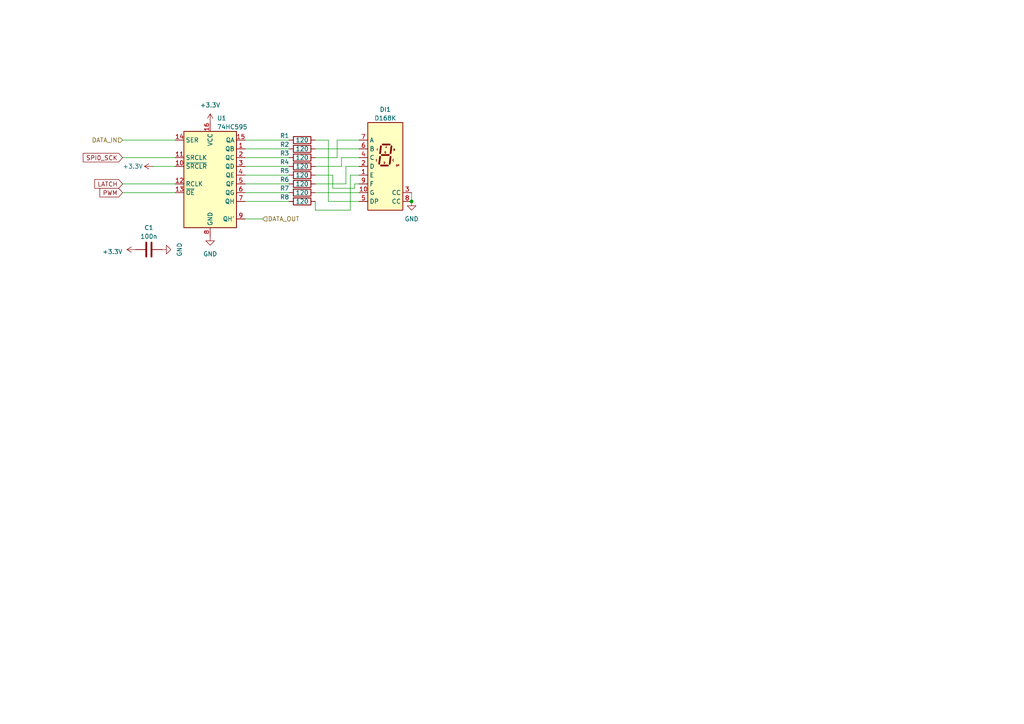
<source format=kicad_sch>
(kicad_sch (version 20230121) (generator eeschema)
  (paper "A4")
  (lib_symbols
    (symbol "74xx:74HC595"
      (property "Reference" "U" (at -7.62 13.97 0))
      (property "Value" "74HC595" (at -7.62 -16.51 0))
      (symbol "74HC595_1_0"
        (pin tri_state line (at 10.16 7.62 180) (length 2.54) (name "QB") (number "1"))
        (pin input line (at -10.16 2.54 0) (length 2.54) (name "~{SRCLR}") (number "10"))
        (pin input line (at -10.16 5.08 0) (length 2.54) (name "SRCLK") (number "11"))
        (pin input line (at -10.16 -2.54 0) (length 2.54) (name "RCLK") (number "12"))
        (pin input line (at -10.16 -5.08 0) (length 2.54) (name "~{OE}") (number "13"))
        (pin input line (at -10.16 10.16 0) (length 2.54) (name "SER") (number "14"))
        (pin tri_state line (at 10.16 10.16 180) (length 2.54) (name "QA") (number "15"))
        (pin power_in line (at 0 15.24 270) (length 2.54) (name "VCC") (number "16"))
        (pin tri_state line (at 10.16 5.08 180) (length 2.54) (name "QC") (number "2"))
        (pin tri_state line (at 10.16 2.54 180) (length 2.54) (name "QD") (number "3"))
        (pin tri_state line (at 10.16 0 180) (length 2.54) (name "QE") (number "4"))
        (pin tri_state line (at 10.16 -2.54 180) (length 2.54) (name "QF") (number "5"))
        (pin tri_state line (at 10.16 -5.08 180) (length 2.54) (name "QG") (number "6"))
        (pin tri_state line (at 10.16 -7.62 180) (length 2.54) (name "QH") (number "7"))
        (pin power_in line (at 0 -17.78 90) (length 2.54) (name "GND") (number "8"))
        (pin output line (at 10.16 -12.7 180) (length 2.54) (name "QH'") (number "9"))
      )
      (symbol "74HC595_1_1"
        (rectangle (start -7.62 12.7) (end 7.62 -15.24) (stroke (width 0.254)) (fill (type background)))
      )
    )
    (symbol "Device:C" (pin_numbers hide) (pin_names (offset 0.254))
      (property "Reference" "C" (at 0.635 2.54 0))
      (property "Value" "C" (at 0.635 -2.54 0))
      (symbol "C_0_1"
        (polyline (pts (xy -2.032 -0.762) (xy 2.032 -0.762)) (stroke (width 0.508)))
        (polyline (pts (xy -2.032 0.762) (xy 2.032 0.762)) (stroke (width 0.508)))
      )
      (symbol "C_1_1"
        (pin passive line (at 0 3.81 270) (length 2.794) (name "~") (number "1"))
        (pin passive line (at 0 -3.81 90) (length 2.794) (name "~") (number "2"))
      )
    )
    (symbol "Device:R" (pin_numbers hide) (pin_names (offset 0))
      (property "Reference" "R" (at 2.032 0 90))
      (property "Value" "R" (at 0 0 90))
      (symbol "R_0_1"
        (rectangle (start -1.016 -2.54) (end 1.016 2.54) (stroke (width 0.254)))
      )
      (symbol "R_1_1"
        (pin passive line (at 0 3.81 270) (length 1.27) (name "~") (number "1"))
        (pin passive line (at 0 -3.81 90) (length 1.27) (name "~") (number "2"))
      )
    )
    (symbol "Display_Character:D168K"
      (property "Reference" "U" (at -2.54 13.97 0))
      (property "Value" "D168K" (at 1.27 13.97 0))
      (symbol "D168K_0_0"
        (text "A" (at 0.254 5.588 0) (effects (font (size 0.508 0.508))))
        (text "B" (at 2.54 4.826 0) (effects (font (size 0.508 0.508))))
        (text "C" (at 2.286 1.778 0) (effects (font (size 0.508 0.508))))
        (text "D" (at -0.254 1.016 0) (effects (font (size 0.508 0.508))))
        (text "DP" (at 3.556 0.254 0) (effects (font (size 0.508 0.508))))
        (text "E" (at -2.54 1.778 0) (effects (font (size 0.508 0.508))))
        (text "F" (at -2.286 4.826 0) (effects (font (size 0.508 0.508))))
        (text "G" (at 0 4.064 0) (effects (font (size 0.508 0.508))))
      )
      (symbol "D168K_0_1"
        (rectangle (start -5.08 12.7) (end 5.08 -12.7) (stroke (width 0.254)) (fill (type background)))
        (polyline (pts (xy -1.524 2.794) (xy -1.778 0.762)) (stroke (width 0.508)))
        (polyline (pts (xy -1.27 0.254) (xy 0.762 0.254)) (stroke (width 0.508)))
        (polyline (pts (xy -1.27 5.842) (xy -1.524 3.81)) (stroke (width 0.508)))
        (polyline (pts (xy -1.016 3.302) (xy 1.016 3.302)) (stroke (width 0.508)))
        (polyline (pts (xy -0.762 6.35) (xy 1.27 6.35)) (stroke (width 0.508)))
        (polyline (pts (xy 1.524 2.794) (xy 1.27 0.762)) (stroke (width 0.508)))
        (polyline (pts (xy 1.778 5.842) (xy 1.524 3.81)) (stroke (width 0.508)))
        (polyline (pts (xy 2.54 0.254) (xy 2.54 0.254)) (stroke (width 0.508)))
      )
      (symbol "D168K_1_1"
        (pin input line (at -7.62 -2.54 0) (length 2.54) (name "E") (number "1"))
        (pin input line (at -7.62 -7.62 0) (length 2.54) (name "G") (number "10"))
        (pin input line (at -7.62 0 0) (length 2.54) (name "D") (number "2"))
        (pin input line (at 7.62 -7.62 180) (length 2.54) (name "CC") (number "3"))
        (pin input line (at -7.62 2.54 0) (length 2.54) (name "C") (number "4"))
        (pin input line (at -7.62 -10.16 0) (length 2.54) (name "DP") (number "5"))
        (pin input line (at -7.62 5.08 0) (length 2.54) (name "B") (number "6"))
        (pin input line (at -7.62 7.62 0) (length 2.54) (name "A") (number "7"))
        (pin input line (at 7.62 -10.16 180) (length 2.54) (name "CC") (number "8"))
        (pin input line (at -7.62 -5.08 0) (length 2.54) (name "F") (number "9"))
      )
    )
    (symbol "power:+3.3V" (power) (pin_names (offset 0))
      (property "Value" "+3.3V" (at 0 3.556 0))
      (symbol "+3.3V_0_1"
        (polyline (pts (xy -0.762 1.27) (xy 0 2.54)))
        (polyline (pts (xy 0 0) (xy 0 2.54)))
        (polyline (pts (xy 0 2.54) (xy 0.762 1.27)))
      )
      (symbol "+3.3V_1_1"
        (pin power_in line (at 0 0 90) (length 0) hide (name "+3.3V") (number "1"))
      )
    )
    (symbol "power:GND" (power) (pin_names (offset 0))
      (property "Value" "GND" (at 0 -3.81 0))
      (symbol "GND_0_1"
        (polyline (pts (xy 0 0) (xy 0 -1.27) (xy 1.27 -1.27) (xy 0 -2.54) (xy -1.27 -1.27) (xy 0 -1.27)))
      )
      (symbol "GND_1_1"
        (pin power_in line (at 0 0 270) (length 0) hide (name "GND") (number "1"))
      )
    )
  )
  (junction (at 119.38 58.42))
  (wire (pts (xy 95.25 58.42) (xy 104.14 58.42)))
  (wire (pts (xy 97.79 45.72) (xy 97.79 40.64)))
  (wire (pts (xy 97.79 40.64) (xy 104.14 40.64)))
  (wire (pts (xy 91.44 50.8) (xy 96.52 50.8)))
  (wire (pts (xy 71.12 53.34) (xy 83.82 53.34)))
  (wire (pts (xy 100.33 48.26) (xy 104.14 48.26)))
  (wire (pts (xy 91.44 43.18) (xy 104.14 43.18)))
  (wire (pts (xy 35.56 53.34) (xy 50.8 53.34)))
  (wire (pts (xy 35.56 40.64) (xy 50.8 40.64)))
  (wire (pts (xy 96.52 50.8) (xy 96.52 54.61)))
  (wire (pts (xy 71.12 43.18) (xy 83.82 43.18)))
  (wire (pts (xy 91.44 40.64) (xy 95.25 40.64)))
  (wire (pts (xy 71.12 40.64) (xy 83.82 40.64)))
  (wire (pts (xy 71.12 50.8) (xy 83.82 50.8)))
  (wire (pts (xy 101.6 50.8) (xy 104.14 50.8)))
  (wire (pts (xy 71.12 45.72) (xy 83.82 45.72)))
  (wire (pts (xy 119.38 55.88) (xy 119.38 58.42)))
  (wire (pts (xy 99.06 45.72) (xy 104.14 45.72)))
  (wire (pts (xy 95.25 40.64) (xy 95.25 58.42)))
  (wire (pts (xy 35.56 45.72) (xy 50.8 45.72)))
  (wire (pts (xy 102.87 54.61) (xy 102.87 53.34)))
  (wire (pts (xy 71.12 48.26) (xy 83.82 48.26)))
  (wire (pts (xy 91.44 55.88) (xy 104.14 55.88)))
  (wire (pts (xy 102.87 53.34) (xy 104.14 53.34)))
  (wire (pts (xy 91.44 58.42) (xy 91.44 60.96)))
  (wire (pts (xy 91.44 48.26) (xy 99.06 48.26)))
  (wire (pts (xy 91.44 60.96) (xy 101.6 60.96)))
  (wire (pts (xy 99.06 48.26) (xy 99.06 45.72)))
  (wire (pts (xy 35.56 55.88) (xy 50.8 55.88)))
  (wire (pts (xy 44.45 48.26) (xy 50.8 48.26)))
  (wire (pts (xy 101.6 60.96) (xy 101.6 50.8)))
  (wire (pts (xy 71.12 58.42) (xy 83.82 58.42)))
  (wire (pts (xy 91.44 53.34) (xy 100.33 53.34)))
  (wire (pts (xy 71.12 63.5) (xy 76.2 63.5)))
  (wire (pts (xy 96.52 54.61) (xy 102.87 54.61)))
  (wire (pts (xy 100.33 53.34) (xy 100.33 48.26)))
  (wire (pts (xy 91.44 45.72) (xy 97.79 45.72)))
  (wire (pts (xy 71.12 55.88) (xy 83.82 55.88)))
  (global_label "SPI0_SCK" (shape input) (at 35.56 45.72 180) (property "Intersheetrefs" "${INTERSHEET_REFS}" (effects hide)))
  (global_label "LATCH" (shape input) (at 35.56 53.34 180) (property "Intersheetrefs" "${INTERSHEET_REFS}" (effects hide)))
  (global_label "PWM" (shape input) (at 35.56 55.88 180) (property "Intersheetrefs" "${INTERSHEET_REFS}" (effects hide)))
  (hierarchical_label "DATA_OUT" (shape input) (at 76.2 63.5 0))
  (hierarchical_label "DATA_IN" (shape input) (at 35.56 40.64 180))
  (symbol (lib_id "Device:R") (at 87.63 43.18 90) (unit 1)
    (property "Reference" "R2" (at 82.55 41.91 90))
    (property "Value" "120" (at 87.63 43.18 90))
    (property "Footprint" "Resistor_SMD:R_0402_1005Metric" (effects hide))
    (property "LCSC" "C25079" (effects hide))
    (instances (project "frankenstein_enlarger_controller" (path "" (reference "R2") (unit 1)) (path "" (reference "R10") (unit 1)) (path "" (reference "R18") (unit 1)) (path "" (reference "R26") (unit 1)) (path "" (reference "R34") (unit 1)) (path "" (reference "R42") (unit 1)) (path "" (reference "R50") (unit 1)) (path "" (reference "R58") (unit 1)) (path "" (reference "R66") (unit 1)) (path "" (reference "R83") (unit 1)) (path "" (reference "R91") (unit 1)) (path "" (reference "R99") (unit 1))))
  )
  (symbol (lib_id "Device:R") (at 87.63 48.26 90) (unit 1)
    (property "Reference" "R4" (at 82.55 46.99 90))
    (property "Value" "120" (at 87.63 48.26 90))
    (property "Footprint" "Resistor_SMD:R_0402_1005Metric" (effects hide))
    (property "LCSC" "C25079" (effects hide))
    (instances (project "frankenstein_enlarger_controller" (path "" (reference "R4") (unit 1)) (path "" (reference "R12") (unit 1)) (path "" (reference "R20") (unit 1)) (path "" (reference "R28") (unit 1)) (path "" (reference "R36") (unit 1)) (path "" (reference "R44") (unit 1)) (path "" (reference "R52") (unit 1)) (path "" (reference "R60") (unit 1)) (path "" (reference "R68") (unit 1)) (path "" (reference "R85") (unit 1)) (path "" (reference "R93") (unit 1)) (path "" (reference "R101") (unit 1))))
  )
  (symbol (lib_id "Display_Character:D168K") (at 111.76 48.26 0) (unit 1)
    (property "Reference" "DI1" (at 111.76 31.75 0))
    (property "Value" "D168K" (at 111.76 34.29 0))
    (property "Footprint" "Display_7Segment:D1X8K" (effects hide))
    (property "Datasheet" "https://ia800903.us.archive.org/24/items/CTKD1x8K/Cromatek%20D168K.pdf" (effects hide))
    (property "LCSC" "C252201" (effects hide))
    (instances (project "frankenstein_enlarger_controller" (path "" (reference "DI1") (unit 1)) (path "" (reference "DI2") (unit 1)) (path "" (reference "DI3") (unit 1)) (path "" (reference "DI4") (unit 1)) (path "" (reference "DI5") (unit 1)) (path "" (reference "DI6") (unit 1)) (path "" (reference "DI7") (unit 1)) (path "" (reference "DI8") (unit 1)) (path "" (reference "DI9") (unit 1)) (path "" (reference "DI10") (unit 1)) (path "" (reference "DI11") (unit 1)) (path "" (reference "DI12") (unit 1))))
  )
  (symbol (lib_id "Device:R") (at 87.63 40.64 90) (unit 1)
    (property "Reference" "R1" (at 82.55 39.37 90))
    (property "Value" "120" (at 87.63 40.64 90))
    (property "Footprint" "Resistor_SMD:R_0402_1005Metric" (effects hide))
    (property "LCSC" "C25079" (effects hide))
    (instances (project "frankenstein_enlarger_controller" (path "" (reference "R1") (unit 1)) (path "" (reference "R9") (unit 1)) (path "" (reference "R17") (unit 1)) (path "" (reference "R25") (unit 1)) (path "" (reference "R33") (unit 1)) (path "" (reference "R41") (unit 1)) (path "" (reference "R49") (unit 1)) (path "" (reference "R57") (unit 1)) (path "" (reference "R65") (unit 1)) (path "" (reference "R82") (unit 1)) (path "" (reference "R90") (unit 1)) (path "" (reference "R98") (unit 1))))
  )
  (symbol (lib_id "Device:C") (at 43.18 72.39 90) (unit 1)
    (property "Reference" "C1" (at 43.18 66.04 90))
    (property "Value" "100n" (at 43.18 68.58 90))
    (property "Footprint" "Capacitor_SMD:C_0402_1005Metric" (effects hide))
    (property "LCSC" "C1525" (effects hide))
    (instances (project "frankenstein_enlarger_controller" (path "" (reference "C1") (unit 1)) (path "" (reference "C2") (unit 1)) (path "" (reference "C3") (unit 1)) (path "" (reference "C4") (unit 1)) (path "" (reference "C5") (unit 1)) (path "" (reference "C6") (unit 1)) (path "" (reference "C7") (unit 1)) (path "" (reference "C8") (unit 1)) (path "" (reference "C9") (unit 1)) (path "" (reference "C10") (unit 1)) (path "" (reference "C11") (unit 1)) (path "" (reference "C12") (unit 1))))
  )
  (symbol (lib_id "power:GND") (at 60.96 68.58 0) (unit 1)
    (property "Reference" "#PWR0102" (effects hide))
    (property "Value" "GND" (at 60.96 73.66 0))
    (instances (project "frankenstein_enlarger_controller" (path "" (reference "#PWR0102") (unit 1)) (path "" (reference "#PWR0108") (unit 1)) (path "" (reference "#PWR0114") (unit 1)) (path "" (reference "#PWR0120") (unit 1)) (path "" (reference "#PWR0126") (unit 1)) (path "" (reference "#PWR0132") (unit 1)) (path "" (reference "#PWR0138") (unit 1)) (path "" (reference "#PWR0144") (unit 1)) (path "" (reference "#PWR0150") (unit 1)) (path "" (reference "#PWR04") (unit 1)) (path "" (reference "#PWR010") (unit 1)) (path "" (reference "#PWR016") (unit 1))))
  )
  (symbol (lib_id "Device:R") (at 87.63 53.34 90) (unit 1)
    (property "Reference" "R6" (at 82.55 52.07 90))
    (property "Value" "120" (at 87.63 53.34 90))
    (property "Footprint" "Resistor_SMD:R_0402_1005Metric" (effects hide))
    (property "LCSC" "C25079" (effects hide))
    (instances (project "frankenstein_enlarger_controller" (path "" (reference "R6") (unit 1)) (path "" (reference "R14") (unit 1)) (path "" (reference "R22") (unit 1)) (path "" (reference "R30") (unit 1)) (path "" (reference "R38") (unit 1)) (path "" (reference "R46") (unit 1)) (path "" (reference "R54") (unit 1)) (path "" (reference "R62") (unit 1)) (path "" (reference "R70") (unit 1)) (path "" (reference "R87") (unit 1)) (path "" (reference "R95") (unit 1)) (path "" (reference "R103") (unit 1))))
  )
  (symbol (lib_id "Device:R") (at 87.63 50.8 90) (unit 1)
    (property "Reference" "R5" (at 82.55 49.53 90))
    (property "Value" "120" (at 87.63 50.8 90))
    (property "Footprint" "Resistor_SMD:R_0402_1005Metric" (effects hide))
    (property "LCSC" "C25079" (effects hide))
    (instances (project "frankenstein_enlarger_controller" (path "" (reference "R5") (unit 1)) (path "" (reference "R13") (unit 1)) (path "" (reference "R21") (unit 1)) (path "" (reference "R29") (unit 1)) (path "" (reference "R37") (unit 1)) (path "" (reference "R45") (unit 1)) (path "" (reference "R53") (unit 1)) (path "" (reference "R61") (unit 1)) (path "" (reference "R69") (unit 1)) (path "" (reference "R86") (unit 1)) (path "" (reference "R94") (unit 1)) (path "" (reference "R102") (unit 1))))
  )
  (symbol (lib_id "power:+3.3V") (at 60.96 35.56 0) (unit 1)
    (property "Reference" "#PWR0101" (effects hide))
    (property "Value" "+3.3V" (at 60.96 30.48 0))
    (instances (project "frankenstein_enlarger_controller" (path "" (reference "#PWR0101") (unit 1)) (path "" (reference "#PWR0107") (unit 1)) (path "" (reference "#PWR0113") (unit 1)) (path "" (reference "#PWR0119") (unit 1)) (path "" (reference "#PWR0125") (unit 1)) (path "" (reference "#PWR0131") (unit 1)) (path "" (reference "#PWR0137") (unit 1)) (path "" (reference "#PWR0143") (unit 1)) (path "" (reference "#PWR0149") (unit 1)) (path "" (reference "#PWR03") (unit 1)) (path "" (reference "#PWR09") (unit 1)) (path "" (reference "#PWR015") (unit 1))))
  )
  (symbol (lib_id "power:GND") (at 46.99 72.39 90) (unit 1)
    (property "Reference" "#PWR0105" (effects hide))
    (property "Value" "GND" (at 52.07 72.39 0))
    (instances (project "frankenstein_enlarger_controller" (path "" (reference "#PWR0105") (unit 1)) (path "" (reference "#PWR0111") (unit 1)) (path "" (reference "#PWR0117") (unit 1)) (path "" (reference "#PWR0123") (unit 1)) (path "" (reference "#PWR0129") (unit 1)) (path "" (reference "#PWR0135") (unit 1)) (path "" (reference "#PWR0141") (unit 1)) (path "" (reference "#PWR0147") (unit 1)) (path "" (reference "#PWR0153") (unit 1)) (path "" (reference "#PWR06") (unit 1)) (path "" (reference "#PWR012") (unit 1)) (path "" (reference "#PWR018") (unit 1))))
  )
  (symbol (lib_id "74xx:74HC595") (at 60.96 50.8 0) (unit 1)
    (property "Reference" "U1" (at 62.9159 34.29 0) (effects (justify left)))
    (property "Value" "74HC595" (at 62.9159 36.83 0) (effects (justify left)))
    (property "Footprint" "Package_SO:SOIC-16_3.9x9.9mm_P1.27mm" (effects hide))
    (property "Datasheet" "http://www.ti.com/lit/ds/symlink/sn74hc595.pdf" (effects hide))
    (property "LCSC" "C5947" (effects hide))
    (instances (project "frankenstein_enlarger_controller" (path "" (reference "U1") (unit 1)) (path "" (reference "U2") (unit 1)) (path "" (reference "U3") (unit 1)) (path "" (reference "U4") (unit 1)) (path "" (reference "U5") (unit 1)) (path "" (reference "U6") (unit 1)) (path "" (reference "U7") (unit 1)) (path "" (reference "U8") (unit 1)) (path "" (reference "U9") (unit 1)) (path "" (reference "U10") (unit 1)) (path "" (reference "U11") (unit 1)) (path "" (reference "U12") (unit 1))))
  )
  (symbol (lib_id "Device:R") (at 87.63 45.72 90) (unit 1)
    (property "Reference" "R3" (at 82.55 44.45 90))
    (property "Value" "120" (at 87.63 45.72 90))
    (property "Footprint" "Resistor_SMD:R_0402_1005Metric" (effects hide))
    (property "LCSC" "C25079" (effects hide))
    (instances (project "frankenstein_enlarger_controller" (path "" (reference "R3") (unit 1)) (path "" (reference "R11") (unit 1)) (path "" (reference "R19") (unit 1)) (path "" (reference "R27") (unit 1)) (path "" (reference "R35") (unit 1)) (path "" (reference "R43") (unit 1)) (path "" (reference "R51") (unit 1)) (path "" (reference "R59") (unit 1)) (path "" (reference "R67") (unit 1)) (path "" (reference "R84") (unit 1)) (path "" (reference "R92") (unit 1)) (path "" (reference "R100") (unit 1))))
  )
  (symbol (lib_id "Device:R") (at 87.63 55.88 90) (unit 1)
    (property "Reference" "R7" (at 82.55 54.61 90))
    (property "Value" "120" (at 87.63 55.88 90))
    (property "Footprint" "Resistor_SMD:R_0402_1005Metric" (effects hide))
    (property "LCSC" "C25079" (effects hide))
    (instances (project "frankenstein_enlarger_controller" (path "" (reference "R7") (unit 1)) (path "" (reference "R15") (unit 1)) (path "" (reference "R23") (unit 1)) (path "" (reference "R31") (unit 1)) (path "" (reference "R39") (unit 1)) (path "" (reference "R47") (unit 1)) (path "" (reference "R55") (unit 1)) (path "" (reference "R63") (unit 1)) (path "" (reference "R71") (unit 1)) (path "" (reference "R88") (unit 1)) (path "" (reference "R96") (unit 1)) (path "" (reference "R104") (unit 1))))
  )
  (symbol (lib_id "power:+3.3V") (at 39.37 72.39 90) (unit 1)
    (property "Reference" "#PWR0103" (effects hide))
    (property "Value" "+3.3V" (at 35.56 73.025 90) (effects (justify left)))
    (instances (project "frankenstein_enlarger_controller" (path "" (reference "#PWR0103") (unit 1)) (path "" (reference "#PWR0109") (unit 1)) (path "" (reference "#PWR0115") (unit 1)) (path "" (reference "#PWR0122") (unit 1)) (path "" (reference "#PWR0128") (unit 1)) (path "" (reference "#PWR0134") (unit 1)) (path "" (reference "#PWR0140") (unit 1)) (path "" (reference "#PWR0146") (unit 1)) (path "" (reference "#PWR0152") (unit 1)) (path "" (reference "#PWR05") (unit 1)) (path "" (reference "#PWR011") (unit 1)) (path "" (reference "#PWR017") (unit 1))))
  )
  (symbol (lib_id "power:GND") (at 119.38 58.42 0) (unit 1)
    (property "Reference" "#PWR0104" (effects hide))
    (property "Value" "GND" (at 119.38 63.5 0))
    (instances (project "frankenstein_enlarger_controller" (path "" (reference "#PWR0104") (unit 1)) (path "" (reference "#PWR0110") (unit 1)) (path "" (reference "#PWR0116") (unit 1)) (path "" (reference "#PWR0121") (unit 1)) (path "" (reference "#PWR0127") (unit 1)) (path "" (reference "#PWR0133") (unit 1)) (path "" (reference "#PWR0139") (unit 1)) (path "" (reference "#PWR0145") (unit 1)) (path "" (reference "#PWR0151") (unit 1)) (path "" (reference "#PWR07") (unit 1)) (path "" (reference "#PWR013") (unit 1)) (path "" (reference "#PWR019") (unit 1))))
  )
  (symbol (lib_id "Device:R") (at 87.63 58.42 90) (unit 1)
    (property "Reference" "R8" (at 82.55 57.15 90))
    (property "Value" "120" (at 87.63 58.42 90))
    (property "Footprint" "Resistor_SMD:R_0402_1005Metric" (effects hide))
    (property "LCSC" "C25079" (effects hide))
    (instances (project "frankenstein_enlarger_controller" (path "" (reference "R8") (unit 1)) (path "" (reference "R16") (unit 1)) (path "" (reference "R24") (unit 1)) (path "" (reference "R32") (unit 1)) (path "" (reference "R40") (unit 1)) (path "" (reference "R48") (unit 1)) (path "" (reference "R56") (unit 1)) (path "" (reference "R64") (unit 1)) (path "" (reference "R72") (unit 1)) (path "" (reference "R89") (unit 1)) (path "" (reference "R97") (unit 1)) (path "" (reference "R105") (unit 1))))
  )
  (symbol (lib_id "power:+3.3V") (at 44.45 48.26 90) (unit 1)
    (property "Reference" "#PWR0106" (effects hide))
    (property "Value" "+3.3V" (at 35.56 48.26 90) (effects (justify right)))
    (instances (project "frankenstein_enlarger_controller" (path "" (reference "#PWR0106") (unit 1)) (path "" (reference "#PWR0112") (unit 1)) (path "" (reference "#PWR0118") (unit 1)) (path "" (reference "#PWR0124") (unit 1)) (path "" (reference "#PWR0130") (unit 1)) (path "" (reference "#PWR0136") (unit 1)) (path "" (reference "#PWR0142") (unit 1)) (path "" (reference "#PWR0148") (unit 1)) (path "" (reference "#PWR0154") (unit 1)) (path "" (reference "#PWR02") (unit 1)) (path "" (reference "#PWR08") (unit 1)) (path "" (reference "#PWR014") (unit 1))))
  )
)
</source>
